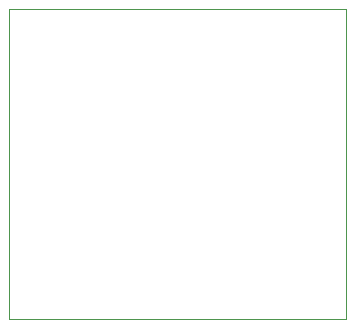
<source format=gbr>
%TF.GenerationSoftware,KiCad,Pcbnew,(5.99.0-3293-g62433736b)*%
%TF.CreationDate,2020-09-21T11:29:43+07:00*%
%TF.ProjectId,IMU_board,494d555f-626f-4617-9264-2e6b69636164,rev?*%
%TF.SameCoordinates,Original*%
%TF.FileFunction,Profile,NP*%
%FSLAX46Y46*%
G04 Gerber Fmt 4.6, Leading zero omitted, Abs format (unit mm)*
G04 Created by KiCad (PCBNEW (5.99.0-3293-g62433736b)) date 2020-09-21 11:29:43*
%MOMM*%
%LPD*%
G01*
G04 APERTURE LIST*
%TA.AperFunction,Profile*%
%ADD10C,0.100000*%
%TD*%
G04 APERTURE END LIST*
D10*
X123250000Y-85500000D02*
X123250000Y-111750000D01*
X151750000Y-111750000D02*
X151750000Y-85500000D01*
X123250000Y-111750000D02*
X151750000Y-111750000D01*
X151750000Y-85500000D02*
X123250000Y-85500000D01*
M02*

</source>
